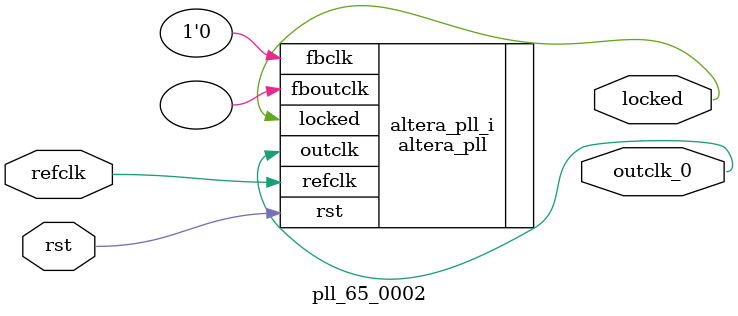
<source format=v>
`timescale 1ns/10ps
module  pll_65_0002(

	// interface 'refclk'
	input wire refclk,

	// interface 'reset'
	input wire rst,

	// interface 'outclk0'
	output wire outclk_0,

	// interface 'locked'
	output wire locked
);

	altera_pll #(
		.fractional_vco_multiplier("false"),
		.reference_clock_frequency("50.0 MHz"),
		.operation_mode("direct"),
		.number_of_clocks(1),
		.output_clock_frequency0("135.000000 MHz"),
		.phase_shift0("0 ps"),
		.duty_cycle0(50),
		.output_clock_frequency1("0 MHz"),
		.phase_shift1("0 ps"),
		.duty_cycle1(50),
		.output_clock_frequency2("0 MHz"),
		.phase_shift2("0 ps"),
		.duty_cycle2(50),
		.output_clock_frequency3("0 MHz"),
		.phase_shift3("0 ps"),
		.duty_cycle3(50),
		.output_clock_frequency4("0 MHz"),
		.phase_shift4("0 ps"),
		.duty_cycle4(50),
		.output_clock_frequency5("0 MHz"),
		.phase_shift5("0 ps"),
		.duty_cycle5(50),
		.output_clock_frequency6("0 MHz"),
		.phase_shift6("0 ps"),
		.duty_cycle6(50),
		.output_clock_frequency7("0 MHz"),
		.phase_shift7("0 ps"),
		.duty_cycle7(50),
		.output_clock_frequency8("0 MHz"),
		.phase_shift8("0 ps"),
		.duty_cycle8(50),
		.output_clock_frequency9("0 MHz"),
		.phase_shift9("0 ps"),
		.duty_cycle9(50),
		.output_clock_frequency10("0 MHz"),
		.phase_shift10("0 ps"),
		.duty_cycle10(50),
		.output_clock_frequency11("0 MHz"),
		.phase_shift11("0 ps"),
		.duty_cycle11(50),
		.output_clock_frequency12("0 MHz"),
		.phase_shift12("0 ps"),
		.duty_cycle12(50),
		.output_clock_frequency13("0 MHz"),
		.phase_shift13("0 ps"),
		.duty_cycle13(50),
		.output_clock_frequency14("0 MHz"),
		.phase_shift14("0 ps"),
		.duty_cycle14(50),
		.output_clock_frequency15("0 MHz"),
		.phase_shift15("0 ps"),
		.duty_cycle15(50),
		.output_clock_frequency16("0 MHz"),
		.phase_shift16("0 ps"),
		.duty_cycle16(50),
		.output_clock_frequency17("0 MHz"),
		.phase_shift17("0 ps"),
		.duty_cycle17(50),
		.pll_type("General"),
		.pll_subtype("General")
	) altera_pll_i (
		.rst	(rst),
		.outclk	({outclk_0}),
		.locked	(locked),
		.fboutclk	( ),
		.fbclk	(1'b0),
		.refclk	(refclk)
	);
endmodule


</source>
